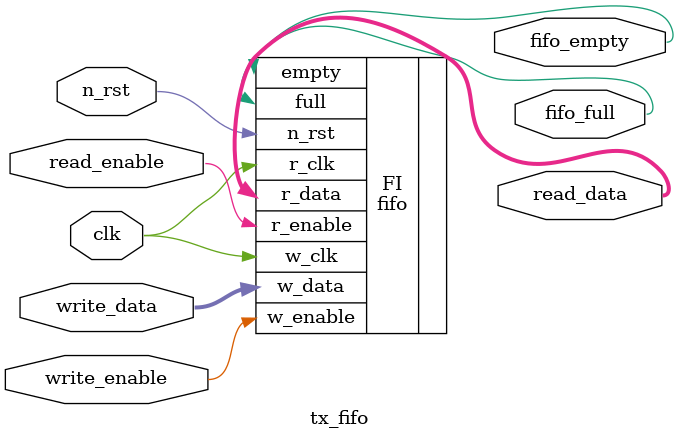
<source format=sv>
module tx_fifo(
  input wire clk,
  input wire n_rst,
  input wire read_enable,
  input wire write_enable,
  input wire [7:0] write_data,
  output reg [7:0] read_data,
  output reg fifo_empty,
  output reg fifo_full
  );
  
  fifo FI (.r_clk(clk), .w_clk(clk), .n_rst(n_rst), .r_enable(read_enable), .w_enable(write_enable), .r_data(read_data), .w_data(write_data), .empty(fifo_empty), .full(fifo_full));
  
endmodule
</source>
